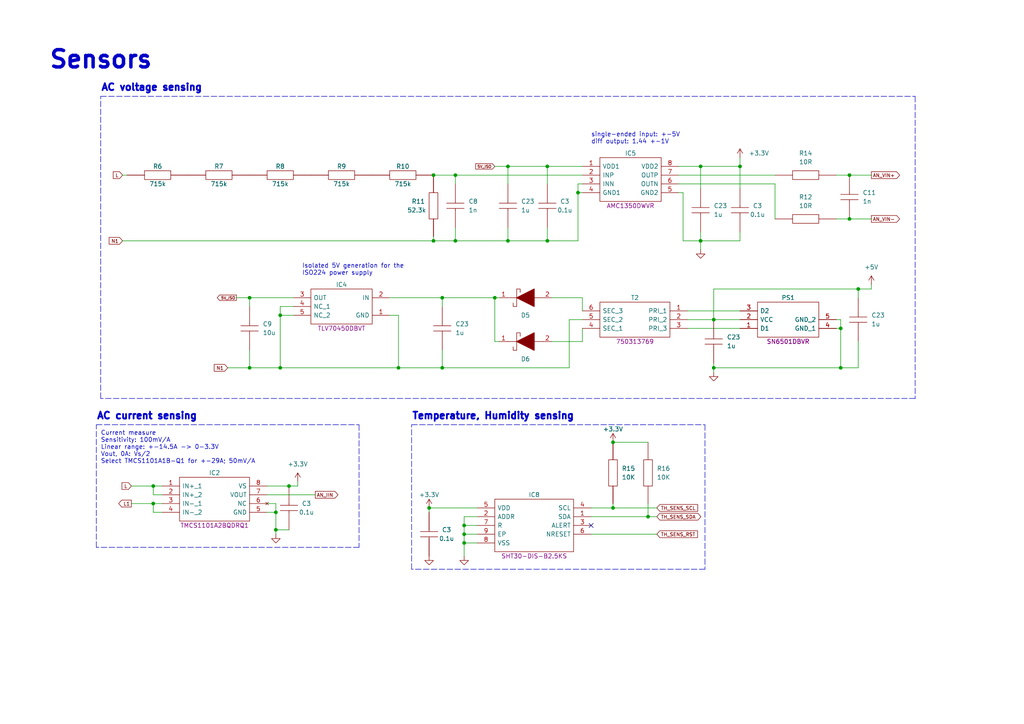
<source format=kicad_sch>
(kicad_sch (version 20230121) (generator eeschema)
  (paper "A4")
  (title_block (title "sensors") (date "2023-07-01") (rev "0") (company "Alessio Cota"))
  (lib_symbols
    (symbol "alecot:750313769" (pin_names (offset 0.762))
      (property "Reference" "T" (at 39.37 7.62 0))
      (property "Manufacturer_Part_Number" "750313769" (at 39.37 -15.24 0))
      (symbol "750313769_0_0"
        (pin passive line (at 0 0 0) (length 5.08) (name "PRI_1") (number "1"))
        (pin passive line (at 0 -2.54 0) (length 5.08) (name "PRI_2") (number "2"))
        (pin passive line (at 0 -5.08 0) (length 5.08) (name "PRI_3") (number "3"))
        (pin passive line (at 30.48 -5.08 180) (length 5.08) (name "SEC_1") (number "4"))
        (pin passive line (at 30.48 -2.54 180) (length 5.08) (name "SEC_2") (number "5"))
        (pin passive line (at 30.48 0 180) (length 5.08) (name "SEC_3") (number "6"))
      )
      (symbol "750313769_0_1"
        (polyline (pts (xy 5.08 2.54) (xy 25.4 2.54) (xy 25.4 -7.62) (xy 5.08 -7.62) (xy 5.08 2.54)) (stroke (width 0.1524)))
      )
    )
    (symbol "alecot:AMC1350DWVR" (pin_names (offset 0.762))
      (property "Reference" "IC" (at 35.56 7.62 0))
      (property "Manufacturer_Part_Number" "AMC1350DWVR" (at 35.56 -15.24 0))
      (symbol "AMC1350DWVR_0_0"
        (pin passive line (at 0 0 0) (length 5.08) (name "VDD1") (number "1"))
        (pin passive line (at 0 -2.54 0) (length 5.08) (name "INP") (number "2"))
        (pin passive line (at 0 -5.08 0) (length 5.08) (name "INN") (number "3"))
        (pin passive line (at 0 -7.62 0) (length 5.08) (name "GND1") (number "4"))
        (pin passive line (at 27.94 -7.62 180) (length 5.08) (name "GND2") (number "5"))
        (pin passive line (at 27.94 -5.08 180) (length 5.08) (name "OUTN") (number "6"))
        (pin passive line (at 27.94 -2.54 180) (length 5.08) (name "OUTP") (number "7"))
        (pin passive line (at 27.94 0 180) (length 5.08) (name "VDD2") (number "8"))
      )
      (symbol "AMC1350DWVR_0_1"
        (polyline (pts (xy 5.08 2.54) (xy 22.86 2.54) (xy 22.86 -10.16) (xy 5.08 -10.16) (xy 5.08 2.54)) (stroke (width 0.1524)))
      )
    )
    (symbol "alecot:ERJ-3EKF1002V" (pin_numbers hide) (pin_names (offset 0.762) hide)
      (property "Reference" "R" (at 25.4 6.35 0))
      (property "Value" "10K" (at 25.4 3.81 0))
      (symbol "ERJ-3EKF1002V_0_0"
        (pin passive line (at 0 0 0) (length 5.08) (name "~") (number "1"))
        (pin passive line (at 17.78 0 180) (length 5.08) (name "~") (number "2"))
      )
      (symbol "ERJ-3EKF1002V_0_1"
        (polyline (pts (xy 5.08 1.27) (xy 12.7 1.27) (xy 12.7 -1.27) (xy 5.08 -1.27) (xy 5.08 1.27)) (stroke (width 0.1524)))
      )
    )
    (symbol "alecot:ERJ-3EKF10R0V" (pin_numbers hide) (pin_names (offset 0.762) hide)
      (property "Reference" "R" (at 13.97 6.35 0))
      (property "Value" "10R" (at 13.97 3.81 0))
      (symbol "ERJ-3EKF10R0V_0_0"
        (pin passive line (at -12.7 0 0) (length 5.08) (name "~") (number "1"))
        (pin passive line (at 5.08 0 180) (length 5.08) (name "~") (number "2"))
      )
      (symbol "ERJ-3EKF10R0V_0_1"
        (polyline (pts (xy -7.62 1.27) (xy 0 1.27) (xy 0 -1.27) (xy -7.62 -1.27) (xy -7.62 1.27)) (stroke (width 0.1524)))
      )
    )
    (symbol "alecot:ERJ-3EKF5232V" (pin_numbers hide) (pin_names (offset 0.762) hide)
      (property "Reference" "R" (at 25.4 6.35 0))
      (property "Value" "52.3k" (at 25.4 3.81 0))
      (symbol "ERJ-3EKF5232V_0_0"
        (pin passive line (at 0 0 0) (length 5.08) (name "~") (number "1"))
        (pin passive line (at 17.78 0 180) (length 5.08) (name "~") (number "2"))
      )
      (symbol "ERJ-3EKF5232V_0_1"
        (polyline (pts (xy 5.08 1.27) (xy 12.7 1.27) (xy 12.7 -1.27) (xy 5.08 -1.27) (xy 5.08 1.27)) (stroke (width 0.1524)))
      )
    )
    (symbol "alecot:ERJ-3EKF7153V" (pin_numbers hide) (pin_names (offset 0.762) hide)
      (property "Reference" "R" (at 26.67 6.35 0))
      (property "Value" "715k" (at 26.67 3.81 0))
      (symbol "ERJ-3EKF7153V_0_0"
        (pin passive line (at 0 0 0) (length 5.08) (name "~") (number "1"))
        (pin passive line (at 17.78 0 180) (length 5.08) (name "~") (number "2"))
      )
      (symbol "ERJ-3EKF7153V_0_1"
        (polyline (pts (xy 5.08 1.27) (xy 12.7 1.27) (xy 12.7 -1.27) (xy 5.08 -1.27) (xy 5.08 1.27)) (stroke (width 0.1524)))
      )
    )
    (symbol "alecot:GCM155C71A105KE38D" (pin_numbers hide) (pin_names (offset 0.762) hide)
      (property "Reference" "C" (at 8.89 6.35 0))
      (property "Value" "1u" (at 8.89 3.81 0))
      (symbol "GCM155C71A105KE38D_0_0"
        (pin passive line (at -8.89 0 0) (length 5.08) (name "~") (number "1"))
        (pin passive line (at 3.81 0 180) (length 5.08) (name "~") (number "2"))
      )
      (symbol "GCM155C71A105KE38D_0_1"
        (polyline (pts (xy -3.81 0) (xy -3.302 0)) (stroke (width 0.1524)))
        (polyline (pts (xy -3.302 2.54) (xy -3.302 -2.54)) (stroke (width 0.1524)))
        (polyline (pts (xy -1.778 0) (xy -1.27 0)) (stroke (width 0.1524)))
        (polyline (pts (xy -1.778 2.54) (xy -1.778 -2.54)) (stroke (width 0.1524)))
      )
    )
    (symbol "alecot:GRM155R61H104KE19D" (pin_numbers hide) (pin_names (offset 0.762) hide)
      (property "Reference" "C" (at 8.89 6.35 0))
      (property "Value" "0.1u" (at 8.89 3.81 0))
      (symbol "GRM155R61H104KE19D_0_0"
        (pin passive line (at -12.7 0 0) (length 5.08) (name "~") (number "1"))
        (pin passive line (at 0 0 180) (length 5.08) (name "~") (number "2"))
      )
      (symbol "GRM155R61H104KE19D_0_1"
        (polyline (pts (xy -7.62 0) (xy -7.112 0)) (stroke (width 0.1524)))
        (polyline (pts (xy -7.112 2.54) (xy -7.112 -2.54)) (stroke (width 0.1524)))
        (polyline (pts (xy -5.588 0) (xy -5.08 0)) (stroke (width 0.1524)))
        (polyline (pts (xy -5.588 2.54) (xy -5.588 -2.54)) (stroke (width 0.1524)))
      )
    )
    (symbol "alecot:GRM1885C1H102JA01D" (pin_numbers hide) (pin_names (offset 0.762) hide)
      (property "Reference" "C" (at 8.89 6.35 0))
      (property "Value" "1n" (at 8.89 3.81 0))
      (symbol "GRM1885C1H102JA01D_0_0"
        (pin passive line (at -7.62 0 0) (length 5.08) (name "~") (number "1"))
        (pin passive line (at 5.08 0 180) (length 5.08) (name "~") (number "2"))
      )
      (symbol "GRM1885C1H102JA01D_0_1"
        (polyline (pts (xy -2.54 0) (xy -2.032 0)) (stroke (width 0.1524)))
        (polyline (pts (xy -2.032 2.54) (xy -2.032 -2.54)) (stroke (width 0.1524)))
        (polyline (pts (xy -0.508 0) (xy 0 0)) (stroke (width 0.1524)))
        (polyline (pts (xy -0.508 2.54) (xy -0.508 -2.54)) (stroke (width 0.1524)))
      )
    )
    (symbol "alecot:GRM188R61C106MA73D" (pin_numbers hide) (pin_names (offset 0.762) hide)
      (property "Reference" "C" (at 8.89 6.35 0))
      (property "Value" "10u" (at 8.89 3.81 0))
      (symbol "GRM188R61C106MA73D_0_0"
        (pin passive line (at 0 0 0) (length 5.08) (name "~") (number "1"))
        (pin passive line (at 12.7 0 180) (length 5.08) (name "~") (number "2"))
      )
      (symbol "GRM188R61C106MA73D_0_1"
        (polyline (pts (xy 5.08 0) (xy 5.588 0)) (stroke (width 0.1524)))
        (polyline (pts (xy 5.588 2.54) (xy 5.588 -2.54)) (stroke (width 0.1524)))
        (polyline (pts (xy 7.112 0) (xy 7.62 0)) (stroke (width 0.1524)))
        (polyline (pts (xy 7.112 2.54) (xy 7.112 -2.54)) (stroke (width 0.1524)))
      )
    )
    (symbol "alecot:PD3S120L-7" (pin_names (offset 0.762))
      (property "Reference" "D" (at 12.7 8.89 0))
      (property "Value" "PD3S120L-7" (at 12.7 6.35 0))
      (symbol "PD3S120L-7_0_0"
        (pin passive line (at 2.54 0 0) (length 2.54) (name "~") (number "1"))
        (pin passive line (at 17.78 0 180) (length 2.54) (name "~") (number "2"))
      )
      (symbol "PD3S120L-7_0_1"
        (polyline (pts (xy 5.08 0) (xy 7.62 0)) (stroke (width 0.1524)))
        (polyline (pts (xy 7.62 2.54) (xy 7.62 -2.54)) (stroke (width 0.1524)))
        (polyline (pts (xy 12.7 0) (xy 15.24 0)) (stroke (width 0.1524)))
        (polyline (pts (xy 7.62 -2.54) (xy 6.604 -2.54) (xy 6.604 -1.524)) (stroke (width 0.1524)))
        (polyline (pts (xy 7.62 2.54) (xy 8.636 2.54) (xy 8.636 1.524)) (stroke (width 0.1524)))
        (polyline (pts (xy 7.62 0) (xy 12.7 2.54) (xy 12.7 -2.54) (xy 7.62 0)) (stroke (width 0.254)) (fill (type outline)))
      )
    )
    (symbol "alecot:SHT30-DIS-B2.5KS" (pin_names (offset 0.762))
      (property "Reference" "IC" (at 29.21 7.62 0))
      (property "Manufacturer_Part_Number" "SHT30-DIS-B2.5KS" (at 29.21 -15.24 0))
      (symbol "SHT30-DIS-B2.5KS_0_0"
        (pin passive line (at 16.51 -2.54 180) (length 5.08) (name "SDA") (number "1"))
        (pin passive line (at -16.51 -2.54 0) (length 5.08) (name "ADDR") (number "2"))
        (pin passive line (at 16.51 -5.08 180) (length 5.08) (name "ALERT") (number "3"))
        (pin passive line (at 16.51 0 180) (length 5.08) (name "SCL") (number "4"))
        (pin passive line (at -16.51 0 0) (length 5.08) (name "VDD") (number "5"))
        (pin passive line (at 16.51 -7.62 180) (length 5.08) (name "NRESET") (number "6"))
        (pin passive line (at -16.51 -5.08 0) (length 5.08) (name "R") (number "7"))
        (pin passive line (at -16.51 -10.16 0) (length 5.08) (name "VSS") (number "8"))
        (pin passive line (at -16.51 -7.62 0) (length 5.08) (name "EP") (number "9"))
      )
      (symbol "SHT30-DIS-B2.5KS_0_1"
        (polyline (pts (xy -11.43 2.54) (xy 11.43 2.54) (xy 11.43 -12.7) (xy -11.43 -12.7) (xy -11.43 2.54)) (stroke (width 0.1524)))
      )
    )
    (symbol "alecot:SN6501DBVR" (pin_names (offset 0.762))
      (property "Reference" "PS" (at 24.13 7.62 0))
      (property "Manufacturer_Part_Number" "SN6501DBVR" (at 24.13 -15.24 0))
      (symbol "SN6501DBVR_0_0"
        (pin bidirectional line (at -15.24 0 0) (length 5.08) (name "D1") (number "1"))
        (pin power_in line (at -15.24 -2.54 0) (length 5.08) (name "VCC") (number "2"))
        (pin bidirectional line (at -15.24 -5.08 0) (length 5.08) (name "D2") (number "3"))
        (pin power_in line (at 12.7 0 180) (length 5.08) (name "GND_1") (number "4"))
        (pin power_in line (at 12.7 -2.54 180) (length 5.08) (name "GND_2") (number "5"))
      )
      (symbol "SN6501DBVR_0_1"
        (polyline (pts (xy -10.16 2.54) (xy 7.62 2.54) (xy 7.62 -7.62) (xy -10.16 -7.62) (xy -10.16 2.54)) (stroke (width 0.1524)))
      )
    )
    (symbol "alecot:TLV70450DBVT" (pin_names (offset 0.762))
      (property "Reference" "IC" (at 36.83 7.62 0))
      (property "Manufacturer_Part_Number" "TLV70450DBVT" (at 36.83 -15.24 0))
      (symbol "TLV70450DBVT_0_0"
        (pin power_in line (at 0 -5.08 0) (length 5.08) (name "GND") (number "1"))
        (pin input line (at 0 0 0) (length 5.08) (name "IN") (number "2"))
        (pin passive line (at 27.94 -2.54 180) (length 5.08) (name "NC_1") (number "4"))
        (pin passive line (at 27.94 -5.08 180) (length 5.08) (name "NC_2") (number "5"))
      )
      (symbol "TLV70450DBVT_0_1"
        (polyline (pts (xy 5.08 2.54) (xy 22.86 2.54) (xy 22.86 -7.62) (xy 5.08 -7.62) (xy 5.08 2.54)) (stroke (width 0.1524)))
      )
      (symbol "TLV70450DBVT_1_0"
        (pin power_out line (at 27.94 0 180) (length 5.08) (name "OUT") (number "3"))
      )
    )
    (symbol "alecot:TMCS1101A2BQDRQ1" (pin_names (offset 0.762))
      (property "Reference" "IC" (at 26.67 7.62 0))
      (property "Manufacturer_Part_Number" "TMCS1101A2BQDRQ1" (at 26.67 -15.24 0))
      (symbol "TMCS1101A2BQDRQ1_0_0"
        (pin passive line (at -16.51 3.81 0) (length 5.08) (name "IN+_1") (number "1"))
        (pin passive line (at -16.51 1.27 0) (length 5.08) (name "IN+_2") (number "2"))
        (pin passive line (at -16.51 -1.27 0) (length 5.08) (name "IN-_1") (number "3"))
        (pin passive line (at -16.51 -3.81 0) (length 5.08) (name "IN-_2") (number "4"))
        (pin passive line (at 13.97 -3.81 180) (length 5.08) (name "GND") (number "5"))
        (pin no_connect line (at 13.97 -1.27 180) (length 5.08) (name "NC") (number "6"))
        (pin passive line (at 13.97 1.27 180) (length 5.08) (name "VOUT") (number "7"))
        (pin passive line (at 13.97 3.81 180) (length 5.08) (name "VS") (number "8"))
      )
      (symbol "TMCS1101A2BQDRQ1_0_1"
        (polyline (pts (xy -11.43 6.35) (xy 8.89 6.35) (xy 8.89 -6.35) (xy -11.43 -6.35) (xy -11.43 6.35)) (stroke (width 0.1524)))
      )
    )
    (symbol "power:+3.3V" (power) (pin_names (offset 0))
      (property "Value" "+3.3V" (at 0 3.556 0))
      (symbol "+3.3V_0_1"
        (polyline (pts (xy -0.762 1.27) (xy 0 2.54)))
        (polyline (pts (xy 0 0) (xy 0 2.54)))
        (polyline (pts (xy 0 2.54) (xy 0.762 1.27)))
      )
      (symbol "+3.3V_1_1"
        (pin power_in line (at 0 0 90) (length 0) hide (name "+3.3V") (number "1"))
      )
    )
    (symbol "power:+5V" (power) (pin_names (offset 0))
      (property "Value" "+5V" (at 0 3.556 0))
      (symbol "+5V_0_1"
        (polyline (pts (xy -0.762 1.27) (xy 0 2.54)))
        (polyline (pts (xy 0 0) (xy 0 2.54)))
        (polyline (pts (xy 0 2.54) (xy 0.762 1.27)))
      )
      (symbol "+5V_1_1"
        (pin power_in line (at 0 0 90) (length 0) hide (name "+5V") (number "1"))
      )
    )
    (symbol "power:GND" (power) (pin_names (offset 0))
      (property "Value" "GND" (at 0 -3.81 0))
      (symbol "GND_0_1"
        (polyline (pts (xy 0 0) (xy 0 -1.27) (xy 1.27 -1.27) (xy 0 -2.54) (xy -1.27 -1.27) (xy 0 -1.27)))
      )
      (symbol "GND_1_1"
        (pin power_in line (at 0 0 270) (length 0) hide (name "GND") (number "1"))
      )
    )
  )
  (junction (at 134.62 154.94))
  (junction (at 147.32 69.85))
  (junction (at 243.84 106.68))
  (junction (at 80.01 153.67))
  (junction (at 143.51 86.36))
  (junction (at 147.32 48.26))
  (junction (at 167.64 55.88))
  (junction (at 44.45 140.97))
  (junction (at 187.96 149.86))
  (junction (at 134.62 157.48))
  (junction (at 207.01 106.68))
  (junction (at 158.75 69.85))
  (junction (at 207.01 92.71))
  (junction (at 158.75 48.26))
  (junction (at 115.57 106.68))
  (junction (at 81.28 91.44))
  (junction (at 132.08 50.8))
  (junction (at 177.8 147.32))
  (junction (at 203.2 69.85))
  (junction (at 132.08 69.85))
  (junction (at 243.84 95.25))
  (junction (at 214.63 48.26))
  (junction (at 124.46 147.32))
  (junction (at 72.39 106.68))
  (junction (at 134.62 152.4))
  (junction (at 81.28 106.68))
  (junction (at 128.27 86.36))
  (junction (at 44.45 146.05))
  (junction (at 83.82 140.97))
  (junction (at 72.39 86.36))
  (junction (at 246.38 50.8))
  (junction (at 203.2 48.26))
  (junction (at 125.73 50.8))
  (junction (at 246.38 63.5))
  (junction (at 248.92 83.82))
  (junction (at 80.01 148.59))
  (junction (at 125.73 69.85))
  (junction (at 177.8 128.27))
  (junction (at 128.27 106.68))
  (no_connect (at 171.45 152.4))
  (wire (pts (xy 168.91 53.34) (xy 167.64 53.34)))
  (wire (pts (xy 138.43 157.48) (xy 134.62 157.48)))
  (wire (pts (xy 147.32 69.85) (xy 158.75 69.85)))
  (wire (pts (xy 248.92 83.82) (xy 248.92 86.36)))
  (wire (pts (xy 125.73 50.8) (xy 132.08 50.8)))
  (wire (pts (xy 44.45 140.97) (xy 44.45 143.51)))
  (wire (pts (xy 38.1 146.05) (xy 44.45 146.05)))
  (polyline (pts (xy 104.14 123.19) (xy 104.14 158.75)) (stroke (width 0) (type dash)))
  (wire (pts (xy 198.12 69.85) (xy 203.2 69.85)))
  (polyline (pts (xy 27.94 123.19) (xy 104.14 123.19)) (stroke (width 0) (type dash)))
  (wire (pts (xy 128.27 88.9) (xy 128.27 86.36)))
  (wire (pts (xy 134.62 157.48) (xy 134.62 161.29)))
  (wire (pts (xy 77.47 143.51) (xy 91.44 143.51)))
  (wire (pts (xy 207.01 92.71) (xy 214.63 92.71)))
  (wire (pts (xy 160.02 99.06) (xy 168.91 99.06)))
  (wire (pts (xy 158.75 48.26) (xy 168.91 48.26)))
  (wire (pts (xy 168.91 55.88) (xy 167.64 55.88)))
  (wire (pts (xy 128.27 101.6) (xy 128.27 106.68)))
  (wire (pts (xy 207.01 106.68) (xy 207.01 105.41)))
  (wire (pts (xy 214.63 67.31) (xy 214.63 69.85)))
  (wire (pts (xy 158.75 53.34) (xy 158.75 48.26)))
  (wire (pts (xy 113.03 91.44) (xy 115.57 91.44)))
  (wire (pts (xy 124.46 147.32) (xy 138.43 147.32)))
  (wire (pts (xy 168.91 86.36) (xy 160.02 86.36)))
  (wire (pts (xy 68.58 86.36) (xy 72.39 86.36)))
  (wire (pts (xy 171.45 154.94) (xy 190.5 154.94)))
  (wire (pts (xy 81.28 91.44) (xy 85.09 91.44)))
  (wire (pts (xy 177.8 147.32) (xy 171.45 147.32)))
  (wire (pts (xy 242.57 50.8) (xy 246.38 50.8)))
  (wire (pts (xy 85.09 88.9) (xy 81.28 88.9)))
  (wire (pts (xy 83.82 140.97) (xy 86.36 140.97)))
  (wire (pts (xy 224.79 53.34) (xy 196.85 53.34)))
  (wire (pts (xy 128.27 106.68) (xy 165.1 106.68)))
  (wire (pts (xy 132.08 53.34) (xy 132.08 50.8)))
  (wire (pts (xy 77.47 146.05) (xy 80.01 146.05)))
  (wire (pts (xy 242.57 95.25) (xy 243.84 95.25)))
  (wire (pts (xy 246.38 50.8) (xy 252.73 50.8)))
  (wire (pts (xy 203.2 72.39) (xy 203.2 69.85)))
  (wire (pts (xy 207.01 107.95) (xy 207.01 106.68)))
  (wire (pts (xy 138.43 154.94) (xy 134.62 154.94)))
  (polyline (pts (xy 119.38 123.19) (xy 204.47 123.19)) (stroke (width 0) (type dash)))
  (wire (pts (xy 199.39 95.25) (xy 214.63 95.25)))
  (wire (pts (xy 44.45 146.05) (xy 44.45 148.59)))
  (polyline (pts (xy 104.14 158.75) (xy 27.94 158.75)) (stroke (width 0) (type dash)))
  (wire (pts (xy 80.01 153.67) (xy 80.01 148.59)))
  (wire (pts (xy 143.51 86.36) (xy 144.78 86.36)))
  (wire (pts (xy 177.8 128.27) (xy 187.96 128.27)))
  (wire (pts (xy 143.51 48.26) (xy 147.32 48.26)))
  (wire (pts (xy 224.79 63.5) (xy 224.79 53.34)))
  (wire (pts (xy 196.85 50.8) (xy 224.79 50.8)))
  (wire (pts (xy 138.43 149.86) (xy 134.62 149.86)))
  (wire (pts (xy 46.99 140.97) (xy 44.45 140.97)))
  (polyline (pts (xy 29.21 27.94) (xy 265.43 27.94)) (stroke (width 0) (type dash)))
  (wire (pts (xy 207.01 83.82) (xy 207.01 92.71)))
  (wire (pts (xy 81.28 88.9) (xy 81.28 91.44)))
  (wire (pts (xy 44.45 143.51) (xy 46.99 143.51)))
  (wire (pts (xy 132.08 69.85) (xy 147.32 69.85)))
  (wire (pts (xy 72.39 106.68) (xy 81.28 106.68)))
  (wire (pts (xy 125.73 69.85) (xy 125.73 68.58)))
  (wire (pts (xy 147.32 48.26) (xy 158.75 48.26)))
  (wire (pts (xy 252.73 83.82) (xy 252.73 82.55)))
  (wire (pts (xy 144.78 99.06) (xy 143.51 99.06)))
  (wire (pts (xy 248.92 83.82) (xy 252.73 83.82)))
  (wire (pts (xy 85.09 86.36) (xy 72.39 86.36)))
  (wire (pts (xy 167.64 53.34) (xy 167.64 55.88)))
  (wire (pts (xy 207.01 106.68) (xy 243.84 106.68)))
  (wire (pts (xy 158.75 66.04) (xy 158.75 69.85)))
  (wire (pts (xy 207.01 83.82) (xy 248.92 83.82)))
  (wire (pts (xy 138.43 152.4) (xy 134.62 152.4)))
  (wire (pts (xy 243.84 92.71) (xy 243.84 95.25)))
  (wire (pts (xy 134.62 149.86) (xy 134.62 152.4)))
  (wire (pts (xy 187.96 149.86) (xy 190.5 149.86)))
  (wire (pts (xy 147.32 48.26) (xy 147.32 53.34)))
  (wire (pts (xy 214.63 48.26) (xy 203.2 48.26)))
  (polyline (pts (xy 265.43 115.57) (xy 29.21 115.57)) (stroke (width 0) (type dash)))
  (wire (pts (xy 199.39 92.71) (xy 207.01 92.71)))
  (wire (pts (xy 248.92 99.06) (xy 248.92 106.68)))
  (polyline (pts (xy 119.38 165.1) (xy 119.38 123.19)) (stroke (width 0) (type dash)))
  (wire (pts (xy 113.03 86.36) (xy 128.27 86.36)))
  (wire (pts (xy 167.64 55.88) (xy 167.64 69.85)))
  (polyline (pts (xy 265.43 27.94) (xy 265.43 115.57)) (stroke (width 0) (type dash)))
  (wire (pts (xy 243.84 95.25) (xy 243.84 106.68)))
  (wire (pts (xy 134.62 152.4) (xy 134.62 154.94)))
  (wire (pts (xy 242.57 92.71) (xy 243.84 92.71)))
  (wire (pts (xy 242.57 63.5) (xy 246.38 63.5)))
  (wire (pts (xy 72.39 101.6) (xy 72.39 106.68)))
  (wire (pts (xy 143.51 99.06) (xy 143.51 86.36)))
  (wire (pts (xy 168.91 95.25) (xy 168.91 99.06)))
  (wire (pts (xy 147.32 66.04) (xy 147.32 69.85)))
  (wire (pts (xy 158.75 69.85) (xy 167.64 69.85)))
  (wire (pts (xy 72.39 86.36) (xy 72.39 88.9)))
  (wire (pts (xy 203.2 48.26) (xy 203.2 54.61)))
  (wire (pts (xy 243.84 106.68) (xy 248.92 106.68)))
  (wire (pts (xy 132.08 66.04) (xy 132.08 69.85)))
  (wire (pts (xy 66.04 106.68) (xy 72.39 106.68)))
  (wire (pts (xy 128.27 86.36) (xy 143.51 86.36)))
  (wire (pts (xy 115.57 106.68) (xy 128.27 106.68)))
  (polyline (pts (xy 204.47 165.1) (xy 119.38 165.1)) (stroke (width 0) (type dash)))
  (wire (pts (xy 77.47 140.97) (xy 83.82 140.97)))
  (wire (pts (xy 86.36 140.97) (xy 86.36 139.7)))
  (polyline (pts (xy 29.21 115.57) (xy 29.21 27.94)) (stroke (width 0) (type dash)))
  (wire (pts (xy 198.12 55.88) (xy 196.85 55.88)))
  (wire (pts (xy 214.63 54.61) (xy 214.63 48.26)))
  (wire (pts (xy 80.01 148.59) (xy 77.47 148.59)))
  (wire (pts (xy 187.96 149.86) (xy 171.45 149.86)))
  (polyline (pts (xy 204.47 123.19) (xy 204.47 165.1)) (stroke (width 0) (type dash)))
  (wire (pts (xy 214.63 69.85) (xy 203.2 69.85)))
  (wire (pts (xy 124.46 147.32) (xy 124.46 148.59)))
  (wire (pts (xy 125.73 69.85) (xy 132.08 69.85)))
  (wire (pts (xy 199.39 90.17) (xy 214.63 90.17)))
  (wire (pts (xy 46.99 146.05) (xy 44.45 146.05)))
  (wire (pts (xy 198.12 55.88) (xy 198.12 69.85)))
  (wire (pts (xy 80.01 154.94) (xy 80.01 153.67)))
  (wire (pts (xy 168.91 90.17) (xy 168.91 86.36)))
  (wire (pts (xy 177.8 147.32) (xy 190.5 147.32)))
  (wire (pts (xy 246.38 63.5) (xy 252.73 63.5)))
  (wire (pts (xy 38.1 140.97) (xy 44.45 140.97)))
  (wire (pts (xy 80.01 146.05) (xy 80.01 148.59)))
  (wire (pts (xy 187.96 146.05) (xy 187.96 149.86)))
  (wire (pts (xy 196.85 48.26) (xy 203.2 48.26)))
  (wire (pts (xy 35.56 69.85) (xy 125.73 69.85)))
  (wire (pts (xy 115.57 91.44) (xy 115.57 106.68)))
  (wire (pts (xy 35.56 50.8) (xy 36.83 50.8)))
  (wire (pts (xy 134.62 154.94) (xy 134.62 157.48)))
  (wire (pts (xy 132.08 50.8) (xy 168.91 50.8)))
  (wire (pts (xy 81.28 106.68) (xy 115.57 106.68)))
  (wire (pts (xy 203.2 67.31) (xy 203.2 69.85)))
  (wire (pts (xy 44.45 148.59) (xy 46.99 148.59)))
  (wire (pts (xy 80.01 153.67) (xy 83.82 153.67)))
  (wire (pts (xy 214.63 45.72) (xy 214.63 48.26)))
  (wire (pts (xy 177.8 146.05) (xy 177.8 147.32)))
  (wire (pts (xy 81.28 91.44) (xy 81.28 106.68)))
  (wire (pts (xy 168.91 92.71) (xy 165.1 92.71)))
  (wire (pts (xy 165.1 92.71) (xy 165.1 106.68)))
  (polyline (pts (xy 27.94 158.75) (xy 27.94 123.19)) (stroke (width 0) (type dash)))
  (text "single-ended input: +-5V\ndiff output: 1.44 +-1V " (at 171.45 41.91 0) (effects (font (size 1.27 1.27)) (justify left bottom)))
  (text "Isolated 5V generation for the\nISO224 power supply" (at 87.63 80.01 0) (effects (font (size 1.27 1.27)) (justify left bottom)))
  (text "Temperature, Humidity sensing" (at 119.38 121.92 0) (effects (font (size 2 2) (thickness 1) bold) (justify left bottom)))
  (text "Current measure\nSensitivity: 100mV/A\nLinear range: +-14.5A -> 0-3.3V\nVout, 0A: Vs/2\nSelect TMCS1101A1B-Q1 for +-29A; 50mV/A" (at 29.21 134.62 0) (effects (font (size 1.27 1.27)) (justify left bottom)))
  (text "Sensors" (at 13.97 20.32 0) (effects (font (size 5 5) (thickness 1) bold) (justify left bottom)))
  (text "AC current sensing" (at 27.94 121.92 0) (effects (font (size 2 2) (thickness 1) bold) (justify left bottom)))
  (text "AC voltage sensing" (at 29.21 26.67 0) (effects (font (size 2 2) (thickness 1) bold) (justify left bottom)))
  (global_label "AN_VIN+" (shape output) (at 252.73 50.8 0) (effects (font (size 1 1))) (property "Intersheetrefs" "${INTERSHEET_REFS}" (effects hide)))
  (global_label "5V_ISO" (shape output) (at 68.58 86.36 180) (effects (font (size 0.8 0.8))) (property "Intersheetrefs" "${INTERSHEET_REFS}" (effects hide)))
  (global_label "TH_SENS_SDA" (shape bidirectional) (at 190.5 149.86 0) (effects (font (size 1 1))) (property "Intersheetrefs" "${INTERSHEET_REFS}" (effects hide)))
  (global_label "L" (shape input) (at 35.56 50.8 180) (effects (font (size 1 1))) (property "Intersheetrefs" "${INTERSHEET_REFS}" (effects hide)))
  (global_label "TH_SENS_SCL" (shape input) (at 190.5 147.32 0) (effects (font (size 1 1))) (property "Intersheetrefs" "${INTERSHEET_REFS}" (effects hide)))
  (global_label "N1" (shape input) (at 66.04 106.68 180) (effects (font (size 1 1))) (property "Intersheetrefs" "${INTERSHEET_REFS}" (effects hide)))
  (global_label "L1" (shape output) (at 38.1 146.05 180) (effects (font (size 1 1))) (property "Intersheetrefs" "${INTERSHEET_REFS}" (effects hide)))
  (global_label "N1" (shape input) (at 35.56 69.85 180) (effects (font (size 1 1))) (property "Intersheetrefs" "${INTERSHEET_REFS}" (effects hide)))
  (global_label "TH_SENS_RST" (shape input) (at 190.5 154.94 0) (effects (font (size 1 1))) (property "Intersheetrefs" "${INTERSHEET_REFS}" (effects hide)))
  (global_label "AN_VIN-" (shape output) (at 252.73 63.5 0) (effects (font (size 1 1))) (property "Intersheetrefs" "${INTERSHEET_REFS}" (effects hide)))
  (global_label "5V_ISO" (shape input) (at 143.51 48.26 180) (effects (font (size 0.8 0.8))) (property "Intersheetrefs" "${INTERSHEET_REFS}" (effects hide)))
  (global_label "AN_IIN" (shape output) (at 91.44 143.51 0) (effects (font (size 1 1))) (property "Intersheetrefs" "${INTERSHEET_REFS}" (effects hide)))
  (global_label "L" (shape input) (at 38.1 140.97 180) (effects (font (size 1 1))) (property "Intersheetrefs" "${INTERSHEET_REFS}" (effects hide)))
  (symbol (lib_id "power:GND") (at 124.46 161.29 0) (unit 1)
    (property "Reference" "#PWR02" (effects hide))
    (property "Value" "GND" (effects hide))
    (instances (project "smartplug" (path "" (reference "#PWR02") (unit 1)) (path "" (reference "#PWR012") (unit 1))))
  )
  (symbol (lib_id "alecot:SHT30-DIS-B2.5KS") (at 154.94 147.32 0) (unit 1)
    (property "Reference" "IC8" (at 154.94 143.51 0))
    (property "Footprint" "alecot:SHT30DISB25KS" (effects hide))
    (property "Datasheet" "https://media.digikey.com/pdf/Data%20Sheets/Sensirion%20PDFs/HT_DS_SHT3x_DIS.pdf" (effects hide))
    (property "Description" "Humidity/Temperature Sensor Digital Serial (I2C) 8-Pin DFN EP T/R" (effects hide))
    (property "Height" "1" (effects hide))
    (property "Mouser Part Number" "403-SHT30-DIS-B" (effects hide))
    (property "Mouser Price/Stock" "https://www.mouser.co.uk/ProductDetail/Sensirion/SHT30-DIS-B2.5kS?qs=y6ZabgHbY%252BwVK7712NFj8g%3D%3D" (effects hide))
    (property "Manufacturer_Name" "Sensirion" (effects hide))
    (property "Manufacturer_Part_Number" "SHT30-DIS-B2.5KS" (at 154.94 161.29 0))
  )
  (symbol (lib_id "alecot:TMCS1101A2BQDRQ1") (at 63.5 144.78 0) (unit 1)
    (property "Reference" "IC2" (at 62.23 137.16 0))
    (property "Footprint" "alecot:SOIC127P600X175-8N" (effects hide))
    (property "Datasheet" "https://www.ti.com/lit/ds/symlink/tmcs1101-q1.pdf?ts=1643120553885&ref_url=https%253A%252F%252Fwww.ti.com%252Fstore%252Fti%252Fen%252Fp%252Fproduct%252F%253Fp%253DTMCS1101A2BQDRQ1" (effects hide))
    (property "Description" "Board Mount Current Sensors Automotive, precisio n isolated current" (effects hide))
    (property "Height" "1.75" (effects hide))
    (property "Mouser Part Number" "595-TMCS1101A2BQDRQ1" (effects hide))
    (property "Mouser Price/Stock" "https://www.mouser.co.uk/ProductDetail/Texas-Instruments/TMCS1101A2BQDRQ1?qs=QNEnbhJQKvYPHFSE5sdldg%3D%3D" (effects hide))
    (property "Manufacturer_Name" "Texas Instruments" (effects hide))
    (property "Manufacturer_Part_Number" "TMCS1101A2BQDRQ1" (at 62.23 152.4 0))
  )
  (symbol (lib_id "alecot:GRM155R61H104KE19D") (at 158.75 66.04 270) (unit 1)
    (property "Reference" "C3" (at 163.83 58.42 90))
    (property "Value" "0.1u" (at 163.83 60.96 90))
    (property "Footprint" "alecot:CAPC1005X55N" (effects hide))
    (property "Datasheet" "http://www.murata.com/~/media/webrenewal/support/library/catalog/products/capacitor/mlcc/c02e.pdf" (effects hide))
    (property "Description" "MURATA - GRM155R61H104KE19D - CAP, MLCC, X5R, 100NF, 50V, 0402" (effects hide))
    (property "Height" "0.55" (effects hide))
    (property "Mouser Part Number" "81-GRM155R61H104KE9D" (effects hide))
    (property "Mouser Price/Stock" "https://www.mouser.co.uk/ProductDetail/Murata-Electronics/GRM155R61H104KE19D?qs=IPQhFcwEUOgxc5G2vSckRg%3D%3D" (effects hide))
    (property "Manufacturer_Name" "Murata Electronics" (effects hide))
    (property "Manufacturer_Part_Number" "GRM155R61H104KE19D" (effects hide))
    (instances (project "smartplug" (path "" (reference "C3") (unit 1)) (path "" (reference "C10") (unit 1))))
  )
  (symbol (lib_id "alecot:GCM155C71A105KE38D") (at 147.32 57.15 90) (unit 1)
    (property "Reference" "C23" (at 151.13 58.42 90) (effects (justify right)))
    (property "Value" "1u" (at 151.13 60.96 90) (effects (justify right)))
    (property "Footprint" "alecot:CAPC1005X55N" (effects hide))
    (property "Datasheet" "https://psearch.en.murata.com/capacitor/product/GCM155C71A105KE38%23.html" (effects hide))
    (property "Description" "Multilayer Ceramic Capacitors MLCC - SMD/SMT 0402 1uF 10volts X7S 10%" (effects hide))
    (property "Height" "0.55" (effects hide))
    (property "Mouser Part Number" "81-GCM155C71A105KE8D" (effects hide))
    (property "Mouser Price/Stock" "https://www.mouser.co.uk/ProductDetail/Murata-Electronics/GCM155C71A105KE38D?qs=OJGUyRWaYtN5Lg0weYKHQw%3D%3D" (effects hide))
    (property "Manufacturer_Name" "Murata Electronics" (effects hide))
    (property "Manufacturer_Part_Number" "GCM155C71A105KE38D" (effects hide))
    (instances (project "smartplug" (path "" (reference "C23") (unit 1)) (path "" (reference "C36") (unit 1))))
  )
  (symbol (lib_id "alecot:GRM155R61H104KE19D") (at 124.46 161.29 270) (unit 1)
    (property "Reference" "C3" (at 129.54 153.67 90))
    (property "Value" "0.1u" (at 129.54 156.21 90))
    (property "Footprint" "alecot:CAPC1005X55N" (effects hide))
    (property "Datasheet" "http://www.murata.com/~/media/webrenewal/support/library/catalog/products/capacitor/mlcc/c02e.pdf" (effects hide))
    (property "Description" "MURATA - GRM155R61H104KE19D - CAP, MLCC, X5R, 100NF, 50V, 0402" (effects hide))
    (property "Height" "0.55" (effects hide))
    (property "Mouser Part Number" "81-GRM155R61H104KE9D" (effects hide))
    (property "Mouser Price/Stock" "https://www.mouser.co.uk/ProductDetail/Murata-Electronics/GRM155R61H104KE19D?qs=IPQhFcwEUOgxc5G2vSckRg%3D%3D" (effects hide))
    (property "Manufacturer_Name" "Murata Electronics" (effects hide))
    (property "Manufacturer_Part_Number" "GRM155R61H104KE19D" (effects hide))
    (instances (project "smartplug" (path "" (reference "C3") (unit 1)) (path "" (reference "C16") (unit 1))))
  )
  (symbol (lib_id "alecot:GCM155C71A105KE38D") (at 248.92 90.17 90) (unit 1)
    (property "Reference" "C23" (at 252.73 91.44 90) (effects (justify right)))
    (property "Value" "1u" (at 252.73 93.98 90) (effects (justify right)))
    (property "Footprint" "alecot:CAPC1005X55N" (effects hide))
    (property "Datasheet" "https://psearch.en.murata.com/capacitor/product/GCM155C71A105KE38%23.html" (effects hide))
    (property "Description" "Multilayer Ceramic Capacitors MLCC - SMD/SMT 0402 1uF 10volts X7S 10%" (effects hide))
    (property "Height" "0.55" (effects hide))
    (property "Mouser Part Number" "81-GCM155C71A105KE8D" (effects hide))
    (property "Mouser Price/Stock" "https://www.mouser.co.uk/ProductDetail/Murata-Electronics/GCM155C71A105KE38D?qs=OJGUyRWaYtN5Lg0weYKHQw%3D%3D" (effects hide))
    (property "Manufacturer_Name" "Murata Electronics" (effects hide))
    (property "Manufacturer_Part_Number" "GCM155C71A105KE38D" (effects hide))
    (instances (project "smartplug" (path "" (reference "C23") (unit 1)) (path "" (reference "C13") (unit 1))))
  )
  (symbol (lib_id "alecot:PD3S120L-7") (at 142.24 86.36 0) (unit 1)
    (property "Reference" "D5" (at 152.4 91.44 0))
    (property "Value" "PD3S120L-7" (effects hide))
    (property "Footprint" "alecot:PD3S120L7" (effects hide))
    (property "Datasheet" "https://www.diodes.com/assets/Datasheets/ds30793.pdf" (effects hide))
    (property "Description" "Diodes Inc PD3S120L-7, SMT Schottky Diode, 20V 1A, 2-Pin PowerDI 323" (effects hide))
    (property "Height" "0.7" (effects hide))
    (property "Mouser Part Number" "621-PD3S120L-7" (effects hide))
    (property "Mouser Price/Stock" "https://www.mouser.co.uk/ProductDetail/Diodes-Incorporated/PD3S120L-7?qs=DwnLFiA34IKoHhF0iaI0Cw%3D%3D" (effects hide))
    (property "Manufacturer_Name" "Diodes Inc." (effects hide))
    (property "Manufacturer_Part_Number" "PD3S120L-7" (effects hide))
  )
  (symbol (lib_id "alecot:ERJ-3EKF5232V") (at 125.73 68.58 90) (unit 1)
    (property "Reference" "R11" (at 119.38 58.42 90) (effects (justify right)))
    (property "Value" "52.3k" (at 118.11 60.96 90) (effects (justify right)))
    (property "Footprint" "alecot:RESC1608X55N" (effects hide))
    (property "Datasheet" "http://industrial.panasonic.com/cdbs/www-data/pdf/RDA0000/AOA0000C86.pdf" (effects hide))
    (property "Description" "Thick Film Resistors - SMD 0603 52.3Kohms 1% AEC-Q200" (effects hide))
    (property "Height" "0.55" (effects hide))
    (property "Mouser Part Number" "667-ERJ-3EKF5232V" (effects hide))
    (property "Mouser Price/Stock" "https://www.mouser.co.uk/ProductDetail/Panasonic/ERJ-3EKF5232V?qs=93LSJZsTSyb2dusrGxZm0w%3D%3D" (effects hide))
    (property "Manufacturer_Name" "Panasonic" (effects hide))
    (property "Manufacturer_Part_Number" "ERJ-3EKF5232V" (effects hide))
  )
  (symbol (lib_id "alecot:GCM155C71A105KE38D") (at 203.2 58.42 90) (unit 1)
    (property "Reference" "C23" (at 207.01 59.69 90) (effects (justify right)))
    (property "Value" "1u" (at 207.01 62.23 90) (effects (justify right)))
    (property "Footprint" "alecot:CAPC1005X55N" (effects hide))
    (property "Datasheet" "https://psearch.en.murata.com/capacitor/product/GCM155C71A105KE38%23.html" (effects hide))
    (property "Description" "Multilayer Ceramic Capacitors MLCC - SMD/SMT 0402 1uF 10volts X7S 10%" (effects hide))
    (property "Height" "0.55" (effects hide))
    (property "Mouser Part Number" "81-GCM155C71A105KE8D" (effects hide))
    (property "Mouser Price/Stock" "https://www.mouser.co.uk/ProductDetail/Murata-Electronics/GCM155C71A105KE38D?qs=OJGUyRWaYtN5Lg0weYKHQw%3D%3D" (effects hide))
    (property "Manufacturer_Name" "Murata Electronics" (effects hide))
    (property "Manufacturer_Part_Number" "GCM155C71A105KE38D" (effects hide))
    (instances (project "smartplug" (path "" (reference "C23") (unit 1)) (path "" (reference "C5") (unit 1))))
  )
  (symbol (lib_id "power:+5V") (at 252.73 82.55 0) (unit 1)
    (property "Reference" "#PWR045" (effects hide))
    (property "Value" "+5V" (at 252.73 77.47 0))
  )
  (symbol (lib_id "power:+3.3V") (at 124.46 147.32 0) (unit 1)
    (property "Reference" "#PWR013" (effects hide))
    (property "Value" "+3.3V" (at 124.46 143.51 0))
  )
  (symbol (lib_id "power:GND") (at 80.01 154.94 0) (unit 1)
    (property "Reference" "#PWR02" (effects hide))
    (property "Value" "GND" (effects hide))
    (instances (project "smartplug" (path "" (reference "#PWR02") (unit 1)) (path "" (reference "#PWR04") (unit 1))))
  )
  (symbol (lib_id "alecot:750313769") (at 199.39 90.17 0) (mirror y) (unit 1)
    (property "Reference" "T2" (at 184.15 86.36 0))
    (property "Footprint" "alecot:750313769" (effects hide))
    (property "Datasheet" "https://datasheet.datasheetarchive.com/originals/distributors/Datasheets-DGA21/107162.pdf" (effects hide))
    (property "Description" "5V 1 Output Surface Mount PCB Transformer" (effects hide))
    (property "Height" "7.62" (effects hide))
    (property "Mouser Part Number" "710-750313769" (effects hide))
    (property "Mouser Price/Stock" "https://www.mouser.co.uk/ProductDetail/Wurth-Elektronik/750313769?qs=eaCru7lM%2FWPR5%2FimcQ%252BVRw%3D%3D" (effects hide))
    (property "Manufacturer_Name" "Wurth Elektronik" (effects hide))
    (property "Manufacturer_Part_Number" "750313769" (at 184.15 99.06 0))
  )
  (symbol (lib_id "alecot:GRM155R61H104KE19D") (at 214.63 67.31 270) (unit 1)
    (property "Reference" "C3" (at 219.71 59.69 90))
    (property "Value" "0.1u" (at 219.71 62.23 90))
    (property "Footprint" "alecot:CAPC1005X55N" (effects hide))
    (property "Datasheet" "http://www.murata.com/~/media/webrenewal/support/library/catalog/products/capacitor/mlcc/c02e.pdf" (effects hide))
    (property "Description" "MURATA - GRM155R61H104KE19D - CAP, MLCC, X5R, 100NF, 50V, 0402" (effects hide))
    (property "Height" "0.55" (effects hide))
    (property "Mouser Part Number" "81-GRM155R61H104KE9D" (effects hide))
    (property "Mouser Price/Stock" "https://www.mouser.co.uk/ProductDetail/Murata-Electronics/GRM155R61H104KE19D?qs=IPQhFcwEUOgxc5G2vSckRg%3D%3D" (effects hide))
    (property "Manufacturer_Name" "Murata Electronics" (effects hide))
    (property "Manufacturer_Part_Number" "GRM155R61H104KE19D" (effects hide))
    (instances (project "smartplug" (path "" (reference "C3") (unit 1)) (path "" (reference "C6") (unit 1))))
  )
  (symbol (lib_id "alecot:GCM155C71A105KE38D") (at 128.27 92.71 90) (unit 1)
    (property "Reference" "C23" (at 132.08 93.98 90) (effects (justify right)))
    (property "Value" "1u" (at 132.08 96.52 90) (effects (justify right)))
    (property "Footprint" "alecot:CAPC1005X55N" (effects hide))
    (property "Datasheet" "https://psearch.en.murata.com/capacitor/product/GCM155C71A105KE38%23.html" (effects hide))
    (property "Description" "Multilayer Ceramic Capacitors MLCC - SMD/SMT 0402 1uF 10volts X7S 10%" (effects hide))
    (property "Height" "0.55" (effects hide))
    (property "Mouser Part Number" "81-GCM155C71A105KE8D" (effects hide))
    (property "Mouser Price/Stock" "https://www.mouser.co.uk/ProductDetail/Murata-Electronics/GCM155C71A105KE38D?qs=OJGUyRWaYtN5Lg0weYKHQw%3D%3D" (effects hide))
    (property "Manufacturer_Name" "Murata Electronics" (effects hide))
    (property "Manufacturer_Part_Number" "GCM155C71A105KE38D" (effects hide))
    (instances (project "smartplug" (path "" (reference "C23") (unit 1)) (path "" (reference "C12") (unit 1))))
  )
  (symbol (lib_id "alecot:PD3S120L-7") (at 142.24 99.06 0) (unit 1)
    (property "Reference" "D6" (at 152.4 104.14 0))
    (property "Value" "PD3S120L-7" (effects hide))
    (property "Footprint" "alecot:PD3S120L7" (effects hide))
    (property "Datasheet" "https://www.diodes.com/assets/Datasheets/ds30793.pdf" (effects hide))
    (property "Description" "Diodes Inc PD3S120L-7, SMT Schottky Diode, 20V 1A, 2-Pin PowerDI 323" (effects hide))
    (property "Height" "0.7" (effects hide))
    (property "Mouser Part Number" "621-PD3S120L-7" (effects hide))
    (property "Mouser Price/Stock" "https://www.mouser.co.uk/ProductDetail/Diodes-Incorporated/PD3S120L-7?qs=DwnLFiA34IKoHhF0iaI0Cw%3D%3D" (effects hide))
    (property "Manufacturer_Name" "Diodes Inc." (effects hide))
    (property "Manufacturer_Part_Number" "PD3S120L-7" (effects hide))
  )
  (symbol (lib_id "alecot:ERJ-3EKF10R0V") (at 237.49 63.5 0) (unit 1)
    (property "Reference" "R12" (at 233.68 57.15 0))
    (property "Value" "10R" (at 233.68 59.69 0))
    (property "Footprint" "alecot:RESC1608X55N" (effects hide))
    (property "Datasheet" "http://industrial.panasonic.com/cdbs/www-data/pdf/RDA0000/AOA0000C86.pdf" (effects hide))
    (property "Description" "Thick Film Resistors - SMD 0603 10.0ohms 1% AEC-Q200" (effects hide))
    (property "Height" "0.55" (effects hide))
    (property "Mouser Part Number" "667-ERJ-3EKF10R0V" (effects hide))
    (property "Mouser Price/Stock" "https://www.mouser.co.uk/ProductDetail/Panasonic/ERJ-3EKF10R0V?qs=Y94Hbc6uvEMT73hhx3Gvwg%3D%3D" (effects hide))
    (property "Manufacturer_Name" "Panasonic" (effects hide))
    (property "Manufacturer_Part_Number" "ERJ-3EKF10R0V" (effects hide))
  )
  (symbol (lib_id "alecot:AMC1350DWVR") (at 168.91 48.26 0) (unit 1)
    (property "Reference" "IC5" (at 182.88 44.45 0))
    (property "Footprint" "alecot:SOIC127P1150X280-8N" (effects hide))
    (property "Datasheet" "https://www.ti.com/lit/ds/symlink/amc1350.pdf?ts=1632455585396&ref_url=https%253A%252F%252Fwww.ti.com%252Fstore%252Fti%252Fen%252Fp%252Fproduct%252F%253Fp%253DPAMC1350DWVR" (effects hide))
    (property "Description" "SOIC" (effects hide))
    (property "Height" "2.8" (effects hide))
    (property "Mouser Part Number" "595-AMC1350DWVR" (effects hide))
    (property "Mouser Price/Stock" "https://www.mouser.co.uk/ProductDetail/Texas-Instruments/AMC1350DWVR?qs=Rp5uXu7WBW%2FANH2mDTT%252Bkg%3D%3D" (effects hide))
    (property "Manufacturer_Name" "Texas Instruments" (effects hide))
    (property "Manufacturer_Part_Number" "AMC1350DWVR" (at 182.88 59.69 0))
  )
  (symbol (lib_id "alecot:ERJ-3EKF1002V") (at 177.8 146.05 90) (unit 1)
    (property "Reference" "R15" (at 180.34 135.89 90) (effects (justify right)))
    (property "Value" "10K" (at 180.34 138.43 90) (effects (justify right)))
    (property "Footprint" "alecot:RESC1608X55N" (effects hide))
    (property "Datasheet" "http://industrial.panasonic.com/cdbs/www-data/pdf/RDA0000/AOA0000C86.pdf" (effects hide))
    (property "Description" "Thick Film Resistors - SMD 0603 10Kohms 1% AEC-Q200" (effects hide))
    (property "Height" "0.55" (effects hide))
    (property "Mouser Part Number" "667-ERJ-3EKF1002V" (effects hide))
    (property "Mouser Price/Stock" "https://www.mouser.co.uk/ProductDetail/Panasonic/ERJ-3EKF1002V?qs=H7k1u0Mp9JSrGPQ5%2F5COuw%3D%3D" (effects hide))
    (property "Manufacturer_Name" "Panasonic" (effects hide))
    (property "Manufacturer_Part_Number" "ERJ-3EKF1002V" (effects hide))
  )
  (symbol (lib_id "alecot:ERJ-3EKF7153V") (at 54.61 50.8 0) (unit 1)
    (property "Reference" "R7" (at 63.5 48.26 0))
    (property "Value" "715k" (at 63.5 53.34 0))
    (property "Footprint" "alecot:RESC1608X55N" (effects hide))
    (property "Datasheet" "http://industrial.panasonic.com/cdbs/www-data/pdf/RDA0000/AOA0000C86.pdf" (effects hide))
    (property "Description" "Precision Thick Film Chip Resistor, 0603, 0.1W" (effects hide))
    (property "Height" "0.55" (effects hide))
    (property "Manufacturer_Name" "Panasonic" (effects hide))
    (property "Manufacturer_Part_Number" "ERJ-3EKF7153V" (effects hide))
  )
  (symbol (lib_id "power:+3.3V") (at 86.36 139.7 0) (unit 1)
    (property "Reference" "#PWR031" (effects hide))
    (property "Value" "+3.3V" (at 86.36 134.62 0))
  )
  (symbol (lib_id "alecot:SN6501DBVR") (at 229.87 95.25 0) (mirror x) (unit 1)
    (property "Reference" "PS1" (at 228.6 86.36 0))
    (property "Footprint" "alecot:SOT95P280X145-5N" (effects hide))
    (property "Datasheet" "http://www.ti.com/lit/gpn/sn6501" (effects hide))
    (property "Description" "Low-noise, 350 mA, 410-kHz transformer driver for isolated power supplies" (effects hide))
    (property "Height" "1.45" (effects hide))
    (property "Mouser Part Number" "595-SN6501DBVR" (effects hide))
    (property "Mouser Price/Stock" "https://www.mouser.co.uk/ProductDetail/Texas-Instruments/SN6501DBVR?qs=X2y4EmDJZOUH5QW1%2F6%2Fqfg%3D%3D" (effects hide))
    (property "Manufacturer_Name" "Texas Instruments" (effects hide))
    (property "Manufacturer_Part_Number" "SN6501DBVR" (at 228.6 99.06 0))
  )
  (symbol (lib_id "power:GND") (at 207.01 107.95 0) (unit 1)
    (property "Reference" "#PWR02" (effects hide))
    (property "Value" "GND" (effects hide))
    (instances (project "smartplug" (path "" (reference "#PWR02") (unit 1)) (path "" (reference "#PWR09") (unit 1))))
  )
  (symbol (lib_id "alecot:GRM1885C1H102JA01D") (at 246.38 55.88 90) (unit 1)
    (property "Reference" "C11" (at 250.19 55.88 90) (effects (justify right)))
    (property "Value" "1n" (at 250.19 58.42 90) (effects (justify right)))
    (property "Footprint" "alecot:CAPC1608X90N" (effects hide))
    (property "Datasheet" "https://psearch.en.murata.com/capacitor/product/GRM1885C1H102JA01%23.html" (effects hide))
    (property "Description" "Multilayer Ceramic Capacitors MLCC - SMD/SMT 0603 1000pF 50volts C0G 5%" (effects hide))
    (property "Height" "0.9" (effects hide))
    (property "Mouser Part Number" "81-GRM39C102J50" (effects hide))
    (property "Mouser Price/Stock" "https://www.mouser.co.uk/ProductDetail/Murata-Electronics/GRM1885C1H102JA01D?qs=H3lwsW1hsDtu9zD8AnV%2FOA%3D%3D" (effects hide))
    (property "Manufacturer_Name" "Murata Electronics" (effects hide))
    (property "Manufacturer_Part_Number" "GRM1885C1H102JA01D" (effects hide))
  )
  (symbol (lib_id "alecot:GCM155C71A105KE38D") (at 207.01 96.52 90) (unit 1)
    (property "Reference" "C23" (at 210.82 97.79 90) (effects (justify right)))
    (property "Value" "1u" (at 210.82 100.33 90) (effects (justify right)))
    (property "Footprint" "alecot:CAPC1005X55N" (effects hide))
    (property "Datasheet" "https://psearch.en.murata.com/capacitor/product/GCM155C71A105KE38%23.html" (effects hide))
    (property "Description" "Multilayer Ceramic Capacitors MLCC - SMD/SMT 0402 1uF 10volts X7S 10%" (effects hide))
    (property "Height" "0.55" (effects hide))
    (property "Mouser Part Number" "81-GCM155C71A105KE8D" (effects hide))
    (property "Mouser Price/Stock" "https://www.mouser.co.uk/ProductDetail/Murata-Electronics/GCM155C71A105KE38D?qs=OJGUyRWaYtN5Lg0weYKHQw%3D%3D" (effects hide))
    (property "Manufacturer_Name" "Murata Electronics" (effects hide))
    (property "Manufacturer_Part_Number" "GCM155C71A105KE38D" (effects hide))
    (instances (project "smartplug" (path "" (reference "C23") (unit 1)) (path "" (reference "C7") (unit 1))))
  )
  (symbol (lib_id "alecot:GRM188R61C106MA73D") (at 72.39 101.6 90) (unit 1)
    (property "Reference" "C9" (at 76.2 93.98 90) (effects (justify right)))
    (property "Value" "10u" (at 76.2 96.52 90) (effects (justify right)))
    (property "Footprint" "alecot:CAPC1608X90N" (effects hide))
    (property "Datasheet" "https://datasheet.datasheetarchive.com/originals/distributors/Datasheets_SAMA/ec4f1577dddcc7a13ddad897a28002d3.pdf" (effects hide))
    (property "Description" "Multilayer Ceramic Capacitors MLCC - SMD/SMT   10u  16V   20%        0603" (effects hide))
    (property "Height" "0.9" (effects hide))
    (property "Mouser Part Number" "81-GRM188R61C106MA3D" (effects hide))
    (property "Mouser Price/Stock" "https://www.mouser.co.uk/ProductDetail/Murata-Electronics/GRM188R61C106MA73D?qs=OXzh9Ga2KBH8Bmnena8%252BFw%3D%3D" (effects hide))
    (property "Manufacturer_Name" "Murata Electronics" (effects hide))
    (property "Manufacturer_Part_Number" "GRM188R61C106MA73D" (effects hide))
  )
  (symbol (lib_id "alecot:ERJ-3EKF7153V") (at 90.17 50.8 0) (unit 1)
    (property "Reference" "R9" (at 99.06 48.26 0))
    (property "Value" "715k" (at 99.06 53.34 0))
    (property "Footprint" "alecot:RESC1608X55N" (effects hide))
    (property "Datasheet" "http://industrial.panasonic.com/cdbs/www-data/pdf/RDA0000/AOA0000C86.pdf" (effects hide))
    (property "Description" "Precision Thick Film Chip Resistor, 0603, 0.1W" (effects hide))
    (property "Height" "0.55" (effects hide))
    (property "Manufacturer_Name" "Panasonic" (effects hide))
    (property "Manufacturer_Part_Number" "ERJ-3EKF7153V" (effects hide))
  )
  (symbol (lib_id "alecot:GRM1885C1H102JA01D") (at 132.08 58.42 90) (unit 1)
    (property "Reference" "C8" (at 135.89 58.42 90) (effects (justify right)))
    (property "Value" "1n" (at 135.89 60.96 90) (effects (justify right)))
    (property "Footprint" "alecot:CAPC1608X90N" (effects hide))
    (property "Datasheet" "https://psearch.en.murata.com/capacitor/product/GRM1885C1H102JA01%23.html" (effects hide))
    (property "Description" "Multilayer Ceramic Capacitors MLCC - SMD/SMT 0603 1000pF 50volts C0G 5%" (effects hide))
    (property "Height" "0.9" (effects hide))
    (property "Mouser Part Number" "81-GRM39C102J50" (effects hide))
    (property "Mouser Price/Stock" "https://www.mouser.co.uk/ProductDetail/Murata-Electronics/GRM1885C1H102JA01D?qs=H3lwsW1hsDtu9zD8AnV%2FOA%3D%3D" (effects hide))
    (property "Manufacturer_Name" "Murata Electronics" (effects hide))
    (property "Manufacturer_Part_Number" "GRM1885C1H102JA01D" (effects hide))
  )
  (symbol (lib_id "alecot:ERJ-3EKF7153V") (at 36.83 50.8 0) (unit 1)
    (property "Reference" "R6" (at 45.72 48.26 0))
    (property "Value" "715k" (at 45.72 53.34 0))
    (property "Footprint" "alecot:RESC1608X55N" (effects hide))
    (property "Datasheet" "http://industrial.panasonic.com/cdbs/www-data/pdf/RDA0000/AOA0000C86.pdf" (effects hide))
    (property "Description" "Precision Thick Film Chip Resistor, 0603, 0.1W" (effects hide))
    (property "Height" "0.55" (effects hide))
    (property "Manufacturer_Name" "Panasonic" (effects hide))
    (property "Manufacturer_Part_Number" "ERJ-3EKF7153V" (effects hide))
  )
  (symbol (lib_id "power:GND") (at 134.62 161.29 0) (unit 1)
    (property "Reference" "#PWR02" (effects hide))
    (property "Value" "GND" (effects hide))
    (instances (project "smartplug" (path "" (reference "#PWR02") (unit 1)) (path "" (reference "#PWR011") (unit 1))))
  )
  (symbol (lib_id "alecot:ERJ-3EKF10R0V") (at 237.49 50.8 0) (unit 1)
    (property "Reference" "R14" (at 233.68 44.45 0))
    (property "Value" "10R" (at 233.68 46.99 0))
    (property "Footprint" "alecot:RESC1608X55N" (effects hide))
    (property "Datasheet" "http://industrial.panasonic.com/cdbs/www-data/pdf/RDA0000/AOA0000C86.pdf" (effects hide))
    (property "Description" "Thick Film Resistors - SMD 0603 10.0ohms 1% AEC-Q200" (effects hide))
    (property "Height" "0.55" (effects hide))
    (property "Mouser Part Number" "667-ERJ-3EKF10R0V" (effects hide))
    (property "Mouser Price/Stock" "https://www.mouser.co.uk/ProductDetail/Panasonic/ERJ-3EKF10R0V?qs=Y94Hbc6uvEMT73hhx3Gvwg%3D%3D" (effects hide))
    (property "Manufacturer_Name" "Panasonic" (effects hide))
    (property "Manufacturer_Part_Number" "ERJ-3EKF10R0V" (effects hide))
  )
  (symbol (lib_id "alecot:ERJ-3EKF1002V") (at 187.96 146.05 90) (unit 1)
    (property "Reference" "R16" (at 190.5 135.89 90) (effects (justify right)))
    (property "Value" "10K" (at 190.5 138.43 90) (effects (justify right)))
    (property "Footprint" "alecot:RESC1608X55N" (effects hide))
    (property "Datasheet" "http://industrial.panasonic.com/cdbs/www-data/pdf/RDA0000/AOA0000C86.pdf" (effects hide))
    (property "Description" "Thick Film Resistors - SMD 0603 10Kohms 1% AEC-Q200" (effects hide))
    (property "Height" "0.55" (effects hide))
    (property "Mouser Part Number" "667-ERJ-3EKF1002V" (effects hide))
    (property "Mouser Price/Stock" "https://www.mouser.co.uk/ProductDetail/Panasonic/ERJ-3EKF1002V?qs=H7k1u0Mp9JSrGPQ5%2F5COuw%3D%3D" (effects hide))
    (property "Manufacturer_Name" "Panasonic" (effects hide))
    (property "Manufacturer_Part_Number" "ERJ-3EKF1002V" (effects hide))
  )
  (symbol (lib_id "power:+3.3V") (at 214.63 45.72 0) (unit 1)
    (property "Reference" "#PWR032" (effects hide))
    (property "Value" "+3.3V" (at 217.17 44.45 0) (effects (justify left)))
  )
  (symbol (lib_id "alecot:ERJ-3EKF7153V") (at 107.95 50.8 0) (unit 1)
    (property "Reference" "R10" (at 116.84 48.26 0))
    (property "Value" "715k" (at 116.84 53.34 0))
    (property "Footprint" "alecot:RESC1608X55N" (effects hide))
    (property "Datasheet" "http://industrial.panasonic.com/cdbs/www-data/pdf/RDA0000/AOA0000C86.pdf" (effects hide))
    (property "Description" "Precision Thick Film Chip Resistor, 0603, 0.1W" (effects hide))
    (property "Height" "0.55" (effects hide))
    (property "Manufacturer_Name" "Panasonic" (effects hide))
    (property "Manufacturer_Part_Number" "ERJ-3EKF7153V" (effects hide))
  )
  (symbol (lib_id "alecot:GRM155R61H104KE19D") (at 83.82 153.67 270) (unit 1)
    (property "Reference" "C3" (at 88.9 146.05 90))
    (property "Value" "0.1u" (at 88.9 148.59 90))
    (property "Footprint" "alecot:CAPC1005X55N" (effects hide))
    (property "Datasheet" "http://www.murata.com/~/media/webrenewal/support/library/catalog/products/capacitor/mlcc/c02e.pdf" (effects hide))
    (property "Description" "MURATA - GRM155R61H104KE19D - CAP, MLCC, X5R, 100NF, 50V, 0402" (effects hide))
    (property "Height" "0.55" (effects hide))
    (property "Mouser Part Number" "81-GRM155R61H104KE9D" (effects hide))
    (property "Mouser Price/Stock" "https://www.mouser.co.uk/ProductDetail/Murata-Electronics/GRM155R61H104KE19D?qs=IPQhFcwEUOgxc5G2vSckRg%3D%3D" (effects hide))
    (property "Manufacturer_Name" "Murata Electronics" (effects hide))
    (property "Manufacturer_Part_Number" "GRM155R61H104KE19D" (effects hide))
    (instances (project "smartplug" (path "" (reference "C3") (unit 1)) (path "" (reference "C14") (unit 1))))
  )
  (symbol (lib_id "power:GND") (at 203.2 72.39 0) (unit 1)
    (property "Reference" "#PWR02" (effects hide))
    (property "Value" "GND" (effects hide))
    (instances (project "smartplug" (path "" (reference "#PWR02") (unit 1)) (path "" (reference "#PWR010") (unit 1))))
  )
  (symbol (lib_id "power:+3.3V") (at 177.8 128.27 0) (unit 1)
    (property "Reference" "#PWR014" (effects hide))
    (property "Value" "+3.3V" (at 177.8 124.46 0))
  )
  (symbol (lib_id "alecot:ERJ-3EKF7153V") (at 72.39 50.8 0) (unit 1)
    (property "Reference" "R8" (at 81.28 48.26 0))
    (property "Value" "715k" (at 81.28 53.34 0))
    (property "Footprint" "alecot:RESC1608X55N" (effects hide))
    (property "Datasheet" "http://industrial.panasonic.com/cdbs/www-data/pdf/RDA0000/AOA0000C86.pdf" (effects hide))
    (property "Description" "Precision Thick Film Chip Resistor, 0603, 0.1W" (effects hide))
    (property "Height" "0.55" (effects hide))
    (property "Manufacturer_Name" "Panasonic" (effects hide))
    (property "Manufacturer_Part_Number" "ERJ-3EKF7153V" (effects hide))
  )
  (symbol (lib_id "alecot:TLV70450DBVT") (at 113.03 86.36 0) (mirror y) (unit 1)
    (property "Reference" "IC4" (at 99.06 82.55 0))
    (property "Footprint" "alecot:SOT95P280X145-5N" (effects hide))
    (property "Datasheet" "http://www.ti.com/lit/ds/symlink/tlv704.pdf" (effects hide))
    (property "Description" "24V 150mA Low IQ LDO Regulator SOT-23-5 Texas Instruments TLV70450DBVT, LDO Voltage Regulator, 150mA, 5 V" (effects hide))
    (property "Height" "1.45" (effects hide))
    (property "Mouser Part Number" "595-TLV70450DBVT" (effects hide))
    (property "Mouser Price/Stock" "https://www.mouser.co.uk/ProductDetail/Texas-Instruments/TLV70450DBVT?qs=O1HRStiETChf4U3Nno5bLA%3D%3D" (effects hide))
    (property "Manufacturer_Name" "Texas Instruments" (effects hide))
    (property "Manufacturer_Part_Number" "TLV70450DBVT" (at 99.06 95.25 0))
  )
)
</source>
